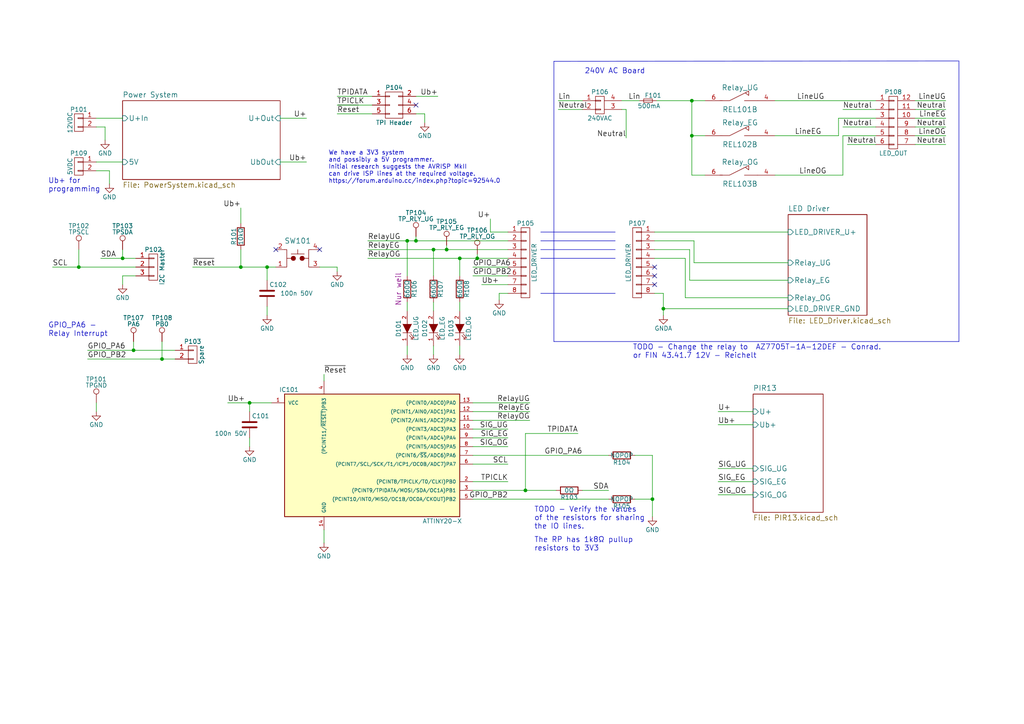
<source format=kicad_sch>
(kicad_sch (version 20230121) (generator eeschema)
  (paper "A4")
  (title_block (title "TL2C - Timed LED Lighting Controller") (date "2017-03-30") (rev "2L.2"))
  (lib_symbols
    (symbol "tl2c-rescue:ATTINY20-X" (pin_names (offset 1.016))
      (property "Reference" "IC" (at -24.13 19.05 0))
      (property "Value" "ATTINY20-X" (at 20.32 -19.05 0))
      (property "Footprint" "TSSOP14" (at 0 2.54 0))
      (symbol "ATTINY20-X_0_1"
        (rectangle (start 25.4 17.78) (end -25.4 -17.78) (stroke (width 0.254)) (fill (type background)))
      )
      (symbol "ATTINY20-X_1_1"
        (pin bidirectional line (at -29.21 15.24 0) (length 3.81) (name "VCC") (number "1"))
        (pin bidirectional line (at 29.21 7.62 180) (length 3.81) (name "(PCINT3/ADC3)PA3") (number "10"))
        (pin bidirectional line (at 29.21 10.16 180) (length 3.81) (name "(PCINT2/AIN1/ADC2)PA2") (number "11"))
        (pin bidirectional line (at 29.21 12.7 180) (length 3.81) (name "(PCINT1/AIN0/ADC1)PA1") (number "12"))
        (pin bidirectional line (at 29.21 15.24 180) (length 3.81) (name "(PCINT0/ADC0)PA0") (number "13"))
        (pin power_in line (at -13.97 -21.59 90) (length 3.81) (name "GND") (number "14"))
        (pin bidirectional line (at 29.21 -7.62 180) (length 3.81) (name "(PCINT8/TPICLK/T0/CLKI)PB0") (number "2"))
        (pin bidirectional line (at 29.21 -10.16 180) (length 3.81) (name "(PCINT9/TPIDATA/MOSI/SDA/OC1A)PB1") (number "3"))
        (pin bidirectional line (at -13.97 21.59 270) (length 3.81) (name "(PCINT11/~{RESET})PB3") (number "4"))
        (pin bidirectional line (at 29.21 -12.7 180) (length 3.81) (name "(PCINT10/INT0/MISO/OC1B/OC0A/CKOUT)PB2") (number "5"))
        (pin bidirectional line (at 29.21 -2.54 180) (length 3.81) (name "(PCINT7/SCL/SCK/T1/ICP1/OC0B/ADC7)PA7") (number "6"))
        (pin bidirectional line (at 29.21 0 180) (length 3.81) (name "(PCINT6/~{SS}/ADC6)PA6") (number "7"))
        (pin bidirectional line (at 29.21 2.54 180) (length 3.81) (name "(PCINT5/ADC5)PA5") (number "8"))
        (pin bidirectional line (at 29.21 5.08 180) (length 3.81) (name "(PCINT4/ADC4)PA4") (number "9"))
      )
    )
    (symbol "tl2c-rescue:C" (pin_numbers hide) (pin_names (offset 0.254))
      (property "Reference" "C" (at 0.635 2.54 0))
      (property "Value" "C" (at 0.635 -2.54 0))
      (symbol "C_0_1"
        (polyline (pts (xy -2.032 -0.762) (xy 2.032 -0.762)) (stroke (width 0.508)))
        (polyline (pts (xy -2.032 0.762) (xy 2.032 0.762)) (stroke (width 0.508)))
      )
      (symbol "C_1_1"
        (pin passive line (at 0 3.81 270) (length 2.794) (name "~") (number "1"))
        (pin passive line (at 0 -3.81 90) (length 2.794) (name "~") (number "2"))
      )
    )
    (symbol "tl2c-rescue:CONN_01X02" (pin_names (offset 1.016) hide)
      (property "Reference" "P" (at 0 3.81 0))
      (property "Value" "CONN_01X02" (at 2.54 0 90))
      (symbol "CONN_01X02_0_1"
        (rectangle (start -1.27 -1.143) (end 0.254 -1.397))
        (rectangle (start -1.27 1.397) (end 0.254 1.143))
        (rectangle (start -1.27 2.54) (end 1.27 -2.54))
      )
      (symbol "CONN_01X02_1_1"
        (pin passive line (at -5.08 1.27 0) (length 3.81) (name "P1") (number "1"))
        (pin passive line (at -5.08 -1.27 0) (length 3.81) (name "P2") (number "2"))
      )
    )
    (symbol "tl2c-rescue:CONN_01X03" (pin_names (offset 1.016) hide)
      (property "Reference" "P" (at 0 5.08 0))
      (property "Value" "CONN_01X03" (at 2.54 0 90))
      (symbol "CONN_01X03_0_1"
        (rectangle (start -1.27 -2.413) (end 0.254 -2.667))
        (rectangle (start -1.27 0.127) (end 0.254 -0.127))
        (rectangle (start -1.27 2.667) (end 0.254 2.413))
        (rectangle (start -1.27 3.81) (end 1.27 -3.81))
      )
      (symbol "CONN_01X03_1_1"
        (pin passive line (at -5.08 2.54 0) (length 3.81) (name "P1") (number "1"))
        (pin passive line (at -5.08 0 0) (length 3.81) (name "P2") (number "2"))
        (pin passive line (at -5.08 -2.54 0) (length 3.81) (name "P3") (number "3"))
      )
    )
    (symbol "tl2c-rescue:CONN_01X08" (pin_names (offset 1.016) hide)
      (property "Reference" "P" (at 0 11.43 0))
      (property "Value" "CONN_01X08" (at 2.54 0 90))
      (symbol "CONN_01X08_0_1"
        (rectangle (start -1.27 -10.16) (end 1.27 10.16))
        (rectangle (start -1.27 -8.763) (end 0.254 -9.017))
        (rectangle (start -1.27 -6.223) (end 0.254 -6.477))
        (rectangle (start -1.27 -3.683) (end 0.254 -3.937))
        (rectangle (start -1.27 -1.143) (end 0.254 -1.397))
        (rectangle (start -1.27 1.397) (end 0.254 1.143))
        (rectangle (start -1.27 3.937) (end 0.254 3.683))
        (rectangle (start -1.27 6.477) (end 0.254 6.223))
        (rectangle (start -1.27 9.017) (end 0.254 8.763))
      )
      (symbol "CONN_01X08_1_1"
        (pin passive line (at -5.08 8.89 0) (length 3.81) (name "P1") (number "1"))
        (pin passive line (at -5.08 6.35 0) (length 3.81) (name "P2") (number "2"))
        (pin passive line (at -5.08 3.81 0) (length 3.81) (name "P3") (number "3"))
        (pin passive line (at -5.08 1.27 0) (length 3.81) (name "P4") (number "4"))
        (pin passive line (at -5.08 -1.27 0) (length 3.81) (name "P5") (number "5"))
        (pin passive line (at -5.08 -3.81 0) (length 3.81) (name "P6") (number "6"))
        (pin passive line (at -5.08 -6.35 0) (length 3.81) (name "P7") (number "7"))
        (pin passive line (at -5.08 -8.89 0) (length 3.81) (name "P8") (number "8"))
      )
    )
    (symbol "tl2c-rescue:CONN_02X03" (pin_names (offset 0.0254) hide)
      (property "Reference" "P" (at 0 5.08 0))
      (property "Value" "CONN_02X03" (at 0 -5.08 0))
      (symbol "CONN_02X03_0_1"
        (rectangle (start -2.54 -2.413) (end -1.27 -2.667))
        (rectangle (start -2.54 0.127) (end -1.27 -0.127))
        (rectangle (start -2.54 2.667) (end -1.27 2.413))
        (rectangle (start -2.54 3.81) (end 2.54 -3.81))
        (rectangle (start 1.27 -2.413) (end 2.54 -2.667))
        (rectangle (start 1.27 0.127) (end 2.54 -0.127))
        (rectangle (start 1.27 2.667) (end 2.54 2.413))
      )
      (symbol "CONN_02X03_1_1"
        (pin passive line (at -6.35 2.54 0) (length 3.81) (name "P1") (number "1"))
        (pin passive line (at 6.35 2.54 180) (length 3.81) (name "P2") (number "2"))
        (pin passive line (at -6.35 0 0) (length 3.81) (name "P3") (number "3"))
        (pin passive line (at 6.35 0 180) (length 3.81) (name "P4") (number "4"))
        (pin passive line (at -6.35 -2.54 0) (length 3.81) (name "P5") (number "5"))
        (pin passive line (at 6.35 -2.54 180) (length 3.81) (name "P6") (number "6"))
      )
    )
    (symbol "tl2c-rescue:F_Small" (pin_numbers hide) (pin_names (offset 0.254) hide)
      (property "Reference" "F" (at -1.016 1.524 0))
      (property "Value" "F_Small" (at -3.048 -1.524 0))
      (symbol "F_Small_0_1"
        (rectangle (start -1.27 0.508) (end 1.27 -0.508))
        (polyline (pts (xy -1.27 0) (xy 1.27 0)))
      )
      (symbol "F_Small_1_1"
        (pin passive line (at -2.54 0 0) (length 1.27) (name "~") (number "1"))
        (pin passive line (at 2.54 0 180) (length 1.27) (name "~") (number "2"))
      )
    )
    (symbol "tl2c-rescue:GND" (power) (pin_names (offset 0))
      (property "Value" "GND" (at 0 -3.81 0))
      (symbol "GND_0_1"
        (polyline (pts (xy 0 0) (xy 0 -1.27) (xy 1.27 -1.27) (xy 0 -2.54) (xy -1.27 -1.27) (xy 0 -1.27)))
      )
      (symbol "GND_1_1"
        (pin power_in line (at 0 0 270) (length 0) hide (name "GND") (number "1"))
      )
    )
    (symbol "tl2c-rescue:GNDA" (power) (pin_names (offset 0))
      (property "Value" "GNDA" (at 0 -3.81 0))
      (symbol "GNDA_0_1"
        (polyline (pts (xy 0 0) (xy 0 -1.27) (xy 1.27 -1.27) (xy 0 -2.54) (xy -1.27 -1.27) (xy 0 -1.27)))
      )
      (symbol "GNDA_1_1"
        (pin power_in line (at 0 0 270) (length 0) hide (name "GNDA") (number "1"))
      )
    )
    (symbol "tl2c-rescue:LED" (pin_names (offset 1.016) hide)
      (property "Reference" "D" (at 0 2.54 0))
      (property "Value" "LED" (at 0 -2.54 0))
      (symbol "LED_0_1"
        (polyline (pts (xy -1.27 1.27) (xy -1.27 -1.27)))
        (polyline (pts (xy -2.032 -0.635) (xy -3.175 -1.651) (xy -3.048 -1.016)))
        (polyline (pts (xy -1.651 -1.016) (xy -2.794 -2.032) (xy -2.667 -1.397)))
        (polyline (pts (xy 1.27 1.27) (xy -1.27 0) (xy 1.27 -1.27)) (fill (type outline)))
      )
      (symbol "LED_1_1"
        (pin passive line (at -5.08 0 0) (length 3.81) (name "K") (number "1"))
        (pin passive line (at 5.08 0 180) (length 3.81) (name "A") (number "2"))
      )
    )
    (symbol "tl2c-rescue:R" (pin_numbers hide) (pin_names (offset 0))
      (property "Reference" "R" (at 2.032 0 90))
      (property "Value" "R" (at 0 0 90))
      (symbol "R_0_1"
        (rectangle (start -1.016 -2.54) (end 1.016 2.54) (stroke (width 0.254)))
      )
      (symbol "R_1_1"
        (pin passive line (at 0 3.81 270) (length 1.27) (name "~") (number "1"))
        (pin passive line (at 0 -3.81 90) (length 1.27) (name "~") (number "2"))
      )
    )
    (symbol "tl2c-rescue:Relay_JW1AFSN12F" (pin_names (offset 1.016))
      (property "Reference" "REL" (at -0.127 -4.191 0))
      (property "Value" "Relay_JW1AFSN12F" (at -0.635 3.81 0))
      (symbol "Relay_JW1AFSN12F_1_1"
        (rectangle (start -5.08 2.54) (end 5.08 -2.54))
        (polyline (pts (xy 5.08 2.54) (xy -5.08 -2.54)))
        (pin bidirectional line (at -10.16 0 0) (length 5.08) (name "~") (number "1"))
        (pin bidirectional line (at 10.16 0 180) (length 5.08) (name "~") (number "8"))
      )
      (symbol "Relay_JW1AFSN12F_1_2"
        (pin bidirectional line (at -10.795 -0.635 0) (length 5.08) (name "COM") (number "??"))
        (pin bidirectional line (at 11.811 -0.635 180) (length 5.08) (name "N.O.") (number "??"))
      )
      (symbol "Relay_JW1AFSN12F_2_1"
        (polyline (pts (xy 5.08 0) (xy 1.27 0)))
        (polyline (pts (xy -5.842 0) (xy -3.048 0) (xy 2.54 2.794)))
        (polyline (pts (xy 2.54 2.794) (xy 2.54 1.524) (xy 1.524 2.286)))
        (pin bidirectional line (at 10.16 0 180) (length 5.08) (name "~") (number "4"))
        (pin bidirectional line (at -10.16 0 0) (length 5.08) (name "~") (number "6"))
      )
      (symbol "Relay_JW1AFSN12F_2_2"
        (pin bidirectional line (at 11.811 -0.635 180) (length 5.08) (name "N.O.") (number "4"))
        (pin bidirectional line (at -10.795 -0.635 0) (length 5.08) (name "COM") (number "6"))
      )
    )
    (symbol "tl2c-rescue:TEST_1P" (pin_numbers hide) (pin_names (offset 0.762) hide)
      (property "Reference" "TP" (at 0 6.858 0))
      (property "Value" "TEST_1P" (at 0 5.08 0))
      (symbol "TEST_1P_0_1"
        (circle (center 0 3.302) (radius 0.762))
      )
      (symbol "TEST_1P_1_1"
        (pin passive line (at 0 0 90) (length 2.54) (name "1") (number "1"))
      )
    )
    (symbol "tl2c-rescue:TL3315NF160Q" (pin_names (offset 1.016) hide)
      (property "Reference" "SW?" (at 6.985 -3.175 0))
      (symbol "TL3315NF160Q_0_1"
        (circle (center 0 -1.27) (radius 0.635) (fill (type outline)))
        (polyline (pts (xy 0 -1.27) (xy 0 -3.175)))
        (polyline (pts (xy 0 3.175) (xy 0 1.27)))
        (polyline (pts (xy 1.27 0) (xy 2.54 0)))
        (polyline (pts (xy 1.27 1.905) (xy 1.27 -1.905)))
        (polyline (pts (xy -2.54 -3.81) (xy -2.54 -3.175) (xy 2.54 -3.175) (xy 2.54 -3.81)))
        (polyline (pts (xy -2.54 3.81) (xy -2.54 3.175) (xy 2.54 3.175) (xy 2.54 3.81)))
        (circle (center 0 1.27) (radius 0.635) (fill (type outline)))
      )
      (symbol "TL3315NF160Q_1_1"
        (pin input line (at -2.54 6.35 270) (length 2.54) (name "1") (number "1"))
        (pin input line (at 2.54 6.35 270) (length 2.54) (name "2") (number "2"))
        (pin input line (at -2.54 -6.35 90) (length 2.54) (name "3") (number "3"))
        (pin input line (at 2.54 -6.35 90) (length 2.54) (name "4") (number "4"))
      )
    )
    (symbol "tl2c-rescue:Term_01X02" (pin_names (offset 1.016) hide)
      (property "Reference" "P" (at 0 3.81 0))
      (property "Value" "Term_01X02" (at 0 -3.81 0))
      (symbol "Term_01X02_0_1"
        (rectangle (start -1.27 -1.143) (end 0.254 -1.397))
        (rectangle (start -1.27 1.397) (end 0.254 1.143))
        (rectangle (start -1.27 2.54) (end 1.27 -2.54))
      )
      (symbol "Term_01X02_1_1"
        (pin passive line (at -5.08 1.27 0) (length 3.81) (name "P1") (number "1"))
        (pin passive line (at -5.08 -1.27 0) (length 3.81) (name "P2") (number "2"))
        (pin input line (at 6.35 -1.27 180) (length 5.08) (name "~") (number "3"))
        (pin input line (at 6.35 1.27 180) (length 5.08) (name "~") (number "4"))
      )
    )
    (symbol "tl2c-rescue:TerminalBlock_1x6" (pin_names (offset 1.016) hide)
      (property "Reference" "P" (at 0 8.89 0))
      (property "Value" "TerminalBlock_1x6" (at 10.16 0 90))
      (symbol "TerminalBlock_1x6_0_1"
        (rectangle (start -1.27 -6.223) (end 0.254 -6.477))
        (rectangle (start -1.27 -3.683) (end 0.254 -3.937))
        (rectangle (start -1.27 -1.143) (end 0.254 -1.397))
        (rectangle (start -1.27 1.397) (end 0.254 1.143))
        (rectangle (start -1.27 3.937) (end 0.254 3.683))
        (rectangle (start -1.27 6.477) (end 0.254 6.223))
        (rectangle (start -1.27 7.62) (end 1.27 -7.62))
      )
      (symbol "TerminalBlock_1x6_1_1"
        (pin passive line (at -5.08 6.35 0) (length 3.81) (name "P1") (number "1"))
        (pin input line (at 6.35 1.27 180) (length 5.08) (name "~") (number "10"))
        (pin input line (at 6.35 3.81 180) (length 5.08) (name "~") (number "11"))
        (pin input line (at 6.35 6.35 180) (length 5.08) (name "~") (number "12"))
        (pin passive line (at -5.08 3.81 0) (length 3.81) (name "P2") (number "2"))
        (pin passive line (at -5.08 1.27 0) (length 3.81) (name "P3") (number "3"))
        (pin passive line (at -5.08 -1.27 0) (length 3.81) (name "P4") (number "4"))
        (pin passive line (at -5.08 -3.81 0) (length 3.81) (name "P5") (number "5"))
        (pin passive line (at -5.08 -6.35 0) (length 3.81) (name "P6") (number "6"))
        (pin input line (at 6.35 -6.35 180) (length 5.08) (name "~") (number "7"))
        (pin input line (at 6.35 -3.81 180) (length 5.08) (name "~") (number "8"))
        (pin input line (at 6.35 -1.27 180) (length 5.08) (name "~") (number "9"))
      )
    )
  )
  (junction (at 72.39 116.84))
  (junction (at 200.66 29.21))
  (junction (at 120.65 69.85))
  (junction (at 118.11 69.85))
  (junction (at 200.66 39.37))
  (junction (at 38.735 101.6))
  (junction (at 138.43 74.93))
  (junction (at 35.56 74.93))
  (junction (at 133.35 74.93))
  (junction (at 152.4 142.24))
  (junction (at 129.54 72.39))
  (junction (at 46.99 104.14))
  (junction (at 192.405 89.535))
  (junction (at 77.47 77.47))
  (junction (at 125.73 72.39))
  (junction (at 189.23 144.78))
  (junction (at 22.86 77.47))
  (junction (at 69.85 77.47))
  (no_connect (at 92.71 72.39))
  (no_connect (at 189.865 77.47))
  (no_connect (at 189.865 82.55))
  (no_connect (at 80.01 72.39))
  (no_connect (at 120.65 30.48))
  (no_connect (at 189.865 80.01))
  (wire (pts (xy 27.94 49.53) (xy 31.75 49.53)))
  (wire (pts (xy 72.39 116.84) (xy 72.39 119.38)))
  (wire (pts (xy 81.28 46.99) (xy 88.9 46.99)))
  (wire (pts (xy 265.43 36.83) (xy 274.32 36.83)))
  (wire (pts (xy 152.4 142.24) (xy 161.29 142.24)))
  (wire (pts (xy 72.39 116.84) (xy 78.74 116.84)))
  (polyline (pts (xy 156.845 69.85) (xy 178.435 69.85)))
  (wire (pts (xy 27.94 36.83) (xy 30.48 36.83)))
  (wire (pts (xy 137.16 132.08) (xy 176.53 132.08)))
  (wire (pts (xy 69.85 77.47) (xy 77.47 77.47)))
  (wire (pts (xy 133.35 74.93) (xy 138.43 74.93)))
  (wire (pts (xy 243.205 39.37) (xy 243.205 34.29)))
  (wire (pts (xy 147.32 127) (xy 137.16 127)))
  (wire (pts (xy 46.99 99.06) (xy 46.99 104.14)))
  (wire (pts (xy 27.94 34.29) (xy 35.56 34.29)))
  (wire (pts (xy 218.44 123.19) (xy 208.28 123.19)))
  (wire (pts (xy 198.755 86.36) (xy 228.6 86.36)))
  (wire (pts (xy 120.65 27.94) (xy 127 27.94)))
  (wire (pts (xy 118.11 87.63) (xy 118.11 90.17)))
  (wire (pts (xy 25.4 104.14) (xy 46.99 104.14)))
  (wire (pts (xy 27.94 116.84) (xy 27.94 119.38)))
  (wire (pts (xy 265.43 29.21) (xy 274.32 29.21)))
  (wire (pts (xy 192.405 89.535) (xy 192.405 91.44)))
  (wire (pts (xy 69.85 72.39) (xy 69.85 77.47)))
  (wire (pts (xy 201.295 76.2) (xy 228.6 76.2)))
  (wire (pts (xy 125.73 100.33) (xy 125.73 102.87)))
  (wire (pts (xy 77.47 77.47) (xy 77.47 81.28)))
  (wire (pts (xy 137.16 121.92) (xy 153.67 121.92)))
  (wire (pts (xy 129.54 72.39) (xy 147.32 72.39)))
  (wire (pts (xy 265.43 34.29) (xy 274.32 34.29)))
  (wire (pts (xy 201.295 69.85) (xy 201.295 76.2)))
  (wire (pts (xy 118.11 69.85) (xy 120.65 69.85)))
  (wire (pts (xy 35.56 80.01) (xy 35.56 82.55)))
  (wire (pts (xy 152.4 125.73) (xy 167.64 125.73)))
  (wire (pts (xy 106.68 74.93) (xy 133.35 74.93)))
  (wire (pts (xy 152.4 142.24) (xy 152.4 125.73)))
  (wire (pts (xy 22.86 72.39) (xy 22.86 77.47)))
  (wire (pts (xy 27.94 46.99) (xy 35.56 46.99)))
  (wire (pts (xy 92.71 77.47) (xy 97.79 77.47)))
  (wire (pts (xy 93.98 153.67) (xy 93.98 157.48)))
  (wire (pts (xy 137.16 134.62) (xy 147.32 134.62)))
  (wire (pts (xy 107.95 27.94) (xy 97.79 27.94)))
  (wire (pts (xy 55.88 77.47) (xy 69.85 77.47)))
  (wire (pts (xy 147.32 67.31) (xy 142.24 67.31)))
  (wire (pts (xy 69.85 60.325) (xy 69.85 64.77)))
  (wire (pts (xy 153.67 119.38) (xy 137.16 119.38)))
  (wire (pts (xy 218.44 143.51) (xy 208.28 143.51)))
  (wire (pts (xy 168.91 29.21) (xy 161.925 29.21)))
  (wire (pts (xy 147.32 82.55) (xy 139.7 82.55)))
  (wire (pts (xy 93.98 110.49) (xy 93.98 108.585)))
  (wire (pts (xy 129.54 71.12) (xy 129.54 72.39)))
  (wire (pts (xy 31.75 49.53) (xy 31.75 53.34)))
  (wire (pts (xy 189.865 74.93) (xy 198.755 74.93)))
  (wire (pts (xy 189.865 85.09) (xy 192.405 85.09)))
  (wire (pts (xy 107.95 30.48) (xy 97.79 30.48)))
  (wire (pts (xy 38.735 101.6) (xy 50.8 101.6)))
  (wire (pts (xy 125.73 72.39) (xy 129.54 72.39)))
  (wire (pts (xy 200.66 39.37) (xy 200.66 50.8)))
  (wire (pts (xy 244.475 50.8) (xy 244.475 39.37)))
  (polyline (pts (xy 160.655 99.06) (xy 160.655 17.78)))
  (wire (pts (xy 180.34 29.21) (xy 185.42 29.21)))
  (wire (pts (xy 180.34 31.75) (xy 181.61 31.75)))
  (wire (pts (xy 228.6 89.535) (xy 192.405 89.535)))
  (wire (pts (xy 147.32 77.47) (xy 137.16 77.47)))
  (wire (pts (xy 218.44 135.89) (xy 208.28 135.89)))
  (wire (pts (xy 200.66 29.21) (xy 204.47 29.21)))
  (wire (pts (xy 147.32 85.09) (xy 144.78 85.09)))
  (wire (pts (xy 189.865 67.31) (xy 228.6 67.31)))
  (wire (pts (xy 125.73 87.63) (xy 125.73 90.17)))
  (wire (pts (xy 142.24 67.31) (xy 142.24 63.5)))
  (wire (pts (xy 137.16 124.46) (xy 147.32 124.46)))
  (wire (pts (xy 38.735 99.06) (xy 38.735 101.6)))
  (polyline (pts (xy 160.655 17.78) (xy 278.1554 17.6784)))
  (wire (pts (xy 204.47 39.37) (xy 200.66 39.37)))
  (wire (pts (xy 224.79 39.37) (xy 243.205 39.37)))
  (wire (pts (xy 72.39 127) (xy 72.39 129.54)))
  (wire (pts (xy 137.16 116.84) (xy 153.67 116.84)))
  (polyline (pts (xy 278.13 17.78) (xy 278.13 99.06)))
  (wire (pts (xy 137.16 144.78) (xy 176.53 144.78)))
  (wire (pts (xy 244.475 39.37) (xy 254 39.37)))
  (wire (pts (xy 189.865 69.85) (xy 201.295 69.85)))
  (wire (pts (xy 15.24 77.47) (xy 22.86 77.47)))
  (wire (pts (xy 218.44 119.38) (xy 208.28 119.38)))
  (wire (pts (xy 184.15 132.08) (xy 189.23 132.08)))
  (wire (pts (xy 218.44 139.7) (xy 208.28 139.7)))
  (wire (pts (xy 200.66 29.21) (xy 200.66 39.37)))
  (wire (pts (xy 200.025 81.28) (xy 200.025 72.39)))
  (wire (pts (xy 39.37 80.01) (xy 35.56 80.01)))
  (wire (pts (xy 77.47 77.47) (xy 80.01 77.47)))
  (polyline (pts (xy 156.845 72.39) (xy 178.435 72.39)))
  (wire (pts (xy 123.19 33.02) (xy 123.19 35.56)))
  (wire (pts (xy 25.4 101.6) (xy 38.735 101.6)))
  (wire (pts (xy 189.23 132.08) (xy 189.23 144.78)))
  (wire (pts (xy 81.28 34.29) (xy 88.9 34.29)))
  (wire (pts (xy 137.16 142.24) (xy 152.4 142.24)))
  (wire (pts (xy 184.15 144.78) (xy 189.23 144.78)))
  (wire (pts (xy 106.68 69.85) (xy 118.11 69.85)))
  (wire (pts (xy 120.65 33.02) (xy 123.19 33.02)))
  (wire (pts (xy 138.43 74.93) (xy 147.32 74.93)))
  (wire (pts (xy 200.025 81.28) (xy 228.6 81.28)))
  (wire (pts (xy 66.04 116.84) (xy 72.39 116.84)))
  (wire (pts (xy 192.405 85.09) (xy 192.405 89.535)))
  (wire (pts (xy 265.43 41.91) (xy 274.32 41.91)))
  (polyline (pts (xy 178.435 67.31) (xy 156.845 67.31)))
  (wire (pts (xy 254 31.75) (xy 244.475 31.75)))
  (wire (pts (xy 138.43 73.66) (xy 138.43 74.93)))
  (wire (pts (xy 97.79 77.47) (xy 97.79 78.74)))
  (wire (pts (xy 46.99 104.14) (xy 50.8 104.14)))
  (wire (pts (xy 198.755 74.93) (xy 198.755 86.36)))
  (wire (pts (xy 29.21 74.93) (xy 35.56 74.93)))
  (wire (pts (xy 265.43 39.37) (xy 274.32 39.37)))
  (wire (pts (xy 265.43 31.75) (xy 274.32 31.75)))
  (wire (pts (xy 168.91 142.24) (xy 176.53 142.24)))
  (wire (pts (xy 106.68 72.39) (xy 125.73 72.39)))
  (wire (pts (xy 254 41.91) (xy 245.745 41.91)))
  (wire (pts (xy 137.16 139.7) (xy 147.32 139.7)))
  (wire (pts (xy 35.56 74.93) (xy 39.37 74.93)))
  (wire (pts (xy 243.205 34.29) (xy 254 34.29)))
  (wire (pts (xy 118.11 100.33) (xy 118.11 102.87)))
  (wire (pts (xy 30.48 36.83) (xy 30.48 40.64)))
  (wire (pts (xy 133.35 100.33) (xy 133.35 102.87)))
  (wire (pts (xy 200.025 72.39) (xy 189.865 72.39)))
  (wire (pts (xy 22.86 77.47) (xy 39.37 77.47)))
  (polyline (pts (xy 278.13 99.06) (xy 160.655 99.06)))
  (wire (pts (xy 35.56 72.39) (xy 35.56 74.93)))
  (wire (pts (xy 168.91 31.75) (xy 161.925 31.75)))
  (wire (pts (xy 120.65 68.58) (xy 120.65 69.85)))
  (wire (pts (xy 107.95 33.02) (xy 97.79 33.02)))
  (wire (pts (xy 224.79 29.21) (xy 254 29.21)))
  (polyline (pts (xy 156.845 74.93) (xy 178.435 74.93)))
  (wire (pts (xy 118.11 80.01) (xy 118.11 69.85)))
  (wire (pts (xy 181.61 31.75) (xy 181.61 40.005)))
  (wire (pts (xy 147.32 80.01) (xy 137.16 80.01)))
  (wire (pts (xy 133.35 87.63) (xy 133.35 90.17)))
  (wire (pts (xy 189.23 144.78) (xy 189.23 149.86)))
  (wire (pts (xy 224.79 50.8) (xy 244.475 50.8)))
  (wire (pts (xy 144.78 85.09) (xy 144.78 86.995)))
  (wire (pts (xy 120.65 69.85) (xy 147.32 69.85)))
  (wire (pts (xy 77.47 88.9) (xy 77.47 91.44)))
  (polyline (pts (xy 178.435 85.09) (xy 156.845 85.09)))
  (wire (pts (xy 137.16 129.54) (xy 147.32 129.54)))
  (wire (pts (xy 125.73 80.01) (xy 125.73 72.39)))
  (wire (pts (xy 200.66 50.8) (xy 204.47 50.8)))
  (wire (pts (xy 133.35 80.01) (xy 133.35 74.93)))
  (wire (pts (xy 254 36.83) (xy 244.475 36.83)))
  (wire (pts (xy 190.5 29.21) (xy 200.66 29.21)))
  (text "TODO - Verify the values \nof the resistors for sharing\nthe IO lines." (at 154.94 153.67 0) (effects (font (size 1.524 1.524)) (justify left bottom)))
  (text "TODO - Change the relay to  AZ7705T-1A-12DEF - Conrad.\nor FIN 43.41.7 12V - Reichelt" (at 183.515 104.14 0) (effects (font (size 1.524 1.524)) (justify left bottom)))
  (text "The RP has 1k8Ω pullup\nresistors to 3V3\n" (at 154.94 160.02 0) (effects (font (size 1.524 1.524)) (justify left bottom)))
  (text "GPIO_PA6 -\nRelay Interrupt" (at 13.97 97.79 0) (effects (font (size 1.524 1.524)) (justify left bottom)))
  (text "We have a 3V3 system \nand possibly a 5V programmer. \nInitial research suggests the AVRISP MkII\ncan drive ISP lines at the required voltage.\nhttps://forum.arduino.cc/index.php?topic=92544.0" (at 95.25 53.34 0) (effects (font (size 1.27 1.27)) (justify left bottom)))
  (text "Ub+ for \nprogramming" (at 13.97 55.88 0) (effects (font (size 1.524 1.524)) (justify left bottom)))
  (text "240V AC Board" (at 169.545 21.59 0) (effects (font (size 1.524 1.524)) (justify left bottom)))
  (label "SDA" (at 29.21 74.93 0) (effects (font (size 1.524 1.524))))
  (label "Lin" (at 161.925 29.21 0) (effects (font (size 1.524 1.524))))
  (label "TPICLK" (at 147.32 139.7 180) (effects (font (size 1.524 1.524))))
  (label "RelayOG" (at 106.68 74.93 0) (effects (font (size 1.524 1.524))))
  (label "SCL" (at 147.32 134.62 180) (effects (font (size 1.524 1.524))))
  (label "SIG_EG" (at 208.28 139.7 0) (effects (font (size 1.524 1.524))))
  (label "U+" (at 142.24 63.5 180) (effects (font (size 1.524 1.524))))
  (label "Neutral" (at 245.745 41.91 0) (effects (font (size 1.524 1.524))))
  (label "Ub+" (at 127 27.94 180) (effects (font (size 1.524 1.524))))
  (label "Neutral" (at 274.32 31.75 180) (effects (font (size 1.524 1.524))))
  (label "GPIO_PB2" (at 25.4 104.14 0) (effects (font (size 1.524 1.524))))
  (label "LineUG" (at 231.14 29.21 0) (effects (font (size 1.524 1.524))))
  (label "Ub+" (at 66.04 116.84 0) (effects (font (size 1.524 1.524))))
  (label "Neutral" (at 244.475 31.75 0) (effects (font (size 1.524 1.524))))
  (label "SIG_UG" (at 208.28 135.89 0) (effects (font (size 1.524 1.524))))
  (label "TPIDATA" (at 167.64 125.73 180) (effects (font (size 1.524 1.524))))
  (label "Ub+" (at 88.9 46.99 180) (effects (font (size 1.524 1.524))))
  (label "RelayUG" (at 106.68 69.85 0) (effects (font (size 1.524 1.524))))
  (label "GPIO_PA6" (at 25.4 101.6 0) (effects (font (size 1.524 1.524))))
  (label "GPIO_PA6" (at 168.91 132.08 180) (effects (font (size 1.524 1.524))))
  (label "U+" (at 208.28 119.38 0) (effects (font (size 1.524 1.524))))
  (label "U+" (at 88.9 34.29 180) (effects (font (size 1.524 1.524))))
  (label "RelayEG" (at 153.67 119.38 180) (effects (font (size 1.524 1.524))))
  (label "Neutral" (at 274.32 36.83 180) (effects (font (size 1.524 1.524))))
  (label "SIG_UG" (at 147.32 124.46 180) (effects (font (size 1.524 1.524))))
  (label "SIG_OG" (at 147.32 129.54 180) (effects (font (size 1.524 1.524))))
  (label "LineUG" (at 274.32 29.21 180) (effects (font (size 1.524 1.524))))
  (label "Lin" (at 182.245 29.21 0) (effects (font (size 1.524 1.524))))
  (label "Neutral" (at 181.61 40.005 180) (effects (font (size 1.524 1.524))))
  (label "~{Reset}" (at 55.88 77.47 0) (effects (font (size 1.524 1.524))))
  (label "TPICLK" (at 97.79 30.48 0) (effects (font (size 1.524 1.524))))
  (label "GPIO_PB2" (at 137.16 80.01 0) (effects (font (size 1.524 1.524))))
  (label "RelayUG" (at 153.67 116.84 180) (effects (font (size 1.524 1.524))))
  (label "GPIO_PA6" (at 137.16 77.47 0) (effects (font (size 1.524 1.524))))
  (label "LineOG" (at 231.775 50.8 0) (effects (font (size 1.524 1.524))))
  (label "TPIDATA" (at 97.79 27.94 0) (effects (font (size 1.524 1.524))))
  (label "SIG_OG" (at 208.28 143.51 0) (effects (font (size 1.524 1.524))))
  (label "Neutral" (at 274.32 41.91 180) (effects (font (size 1.524 1.524))))
  (label "Neutral" (at 161.925 31.75 0) (effects (font (size 1.524 1.524))))
  (label "Ub+" (at 69.85 60.325 180) (effects (font (size 1.524 1.524))))
  (label "LineEG" (at 274.32 34.29 180) (effects (font (size 1.524 1.524))))
  (label "LineEG" (at 230.505 39.37 0) (effects (font (size 1.524 1.524))))
  (label "GPIO_PB2" (at 147.32 144.78 180) (effects (font (size 1.524 1.524))))
  (label "SCL" (at 15.24 77.47 0) (effects (font (size 1.524 1.524))))
  (label "~{Reset}" (at 93.98 108.585 0) (effects (font (size 1.524 1.524))))
  (label "RelayEG" (at 106.68 72.39 0) (effects (font (size 1.524 1.524))))
  (label "Neutral" (at 244.475 36.83 0) (effects (font (size 1.524 1.524))))
  (label "SDA" (at 176.53 142.24 180) (effects (font (size 1.524 1.524))))
  (label "RelayOG" (at 153.67 121.92 180) (effects (font (size 1.524 1.524))))
  (label "Ub+" (at 139.7 82.55 0) (effects (font (size 1.524 1.524))))
  (label "SIG_EG" (at 147.32 127 180) (effects (font (size 1.524 1.524))))
  (label "~{Reset}" (at 97.79 33.02 0) (effects (font (size 1.524 1.524))))
  (label "LineOG" (at 274.32 39.37 180) (effects (font (size 1.524 1.524))))
  (label "Ub+" (at 208.28 123.19 0) (effects (font (size 1.524 1.524))))
  (symbol (lib_id "tl2c-rescue:ATTINY20-X") (at 107.95 132.08 0) (unit 1)
    (property "Reference" "IC101" (at 83.82 113.03 0))
    (property "Value" "ATTINY20-X" (at 128.27 151.13 0))
    (property "Footprint" "Housings_SOIC:SOIC-14_3.9x8.7mm_Pitch1.27mm" (effects hide))
    (property "MFP" "ATTINY20-SSUR" (effects hide))
    (property "Conrad-PN" "1267295 - 62" (effects hide))
    (property "Digikey-PN" "ATTINY20-SSURCT-ND" (effects hide))
  )
  (symbol (lib_id "tl2c-rescue:C") (at 72.39 123.19 0) (unit 1)
    (property "Reference" "C101" (at 73.025 120.65 0) (effects (justify left)))
    (property "Value" "100n 50V" (at 62.23 125.73 0) (effects (justify left)))
    (property "Footprint" "Capacitors_SMD:C_0805" (effects hide))
  )
  (symbol (lib_id "tl2c-rescue:GND") (at 93.98 157.48 0) (unit 1)
    (property "Reference" "#PWR01" (effects hide))
    (property "Value" "GND" (at 93.98 161.29 0))
  )
  (symbol (lib_id "tl2c-rescue:CONN_02X03") (at 114.3 30.48 0) (unit 1)
    (property "Reference" "P104" (at 114.3 25.4 0))
    (property "Value" "TPI Header" (at 114.3 35.56 0))
    (property "Footprint" "tl2c-footprint:TC2030-IDC-FP_ISP_Connector" (effects hide))
    (property "MFP" "Value" (effects hide))
    (property "Conrad-PN" "Value" (effects hide))
    (property "Digikey-PN" "Value" (effects hide))
  )
  (symbol (lib_id "tl2c-rescue:GND") (at 123.19 35.56 0) (unit 1)
    (property "Reference" "#PWR02" (effects hide))
    (property "Value" "GND" (at 123.19 39.37 0))
  )
  (symbol (lib_id "tl2c-rescue:R") (at 69.85 68.58 180) (unit 1)
    (property "Reference" "R101" (at 67.818 68.58 90))
    (property "Value" "10kΩ" (at 69.85 68.58 90))
    (property "Footprint" "Resistors_SMD:R_0805" (effects hide))
  )
  (symbol (lib_id "tl2c-rescue:GND") (at 72.39 129.54 0) (unit 1)
    (property "Reference" "#PWR03" (effects hide))
    (property "Value" "GND" (at 72.39 133.35 0))
  )
  (symbol (lib_id "tl2c-rescue:R") (at 165.1 142.24 270) (unit 1)
    (property "Reference" "R103" (at 165.1 144.272 90))
    (property "Value" "0Ω" (at 165.1 142.24 90))
    (property "Footprint" "Resistors_SMD:R_0805" (effects hide))
  )
  (symbol (lib_id "tl2c-rescue:R") (at 180.34 132.08 270) (unit 1)
    (property "Reference" "R104" (at 180.34 134.112 90))
    (property "Value" "NOPOP" (at 180.34 132.08 90))
    (property "Footprint" "Resistors_SMD:R_0805" (effects hide))
  )
  (symbol (lib_id "tl2c-rescue:R") (at 180.34 144.78 270) (unit 1)
    (property "Reference" "R105" (at 180.34 146.812 90))
    (property "Value" "NOPOP" (at 180.34 144.78 90))
    (property "Footprint" "Resistors_SMD:R_0805" (effects hide))
  )
  (symbol (lib_id "tl2c-rescue:GND") (at 189.23 149.86 0) (unit 1)
    (property "Reference" "#PWR04" (effects hide))
    (property "Value" "GND" (at 189.23 153.67 0))
  )
  (symbol (lib_id "tl2c-rescue:CONN_01X03") (at 44.45 77.47 0) (unit 1)
    (property "Reference" "P102" (at 44.45 72.39 0))
    (property "Value" "I2C Master" (at 46.99 77.47 90))
    (property "Footprint" "tl2c-footprint:Spring_Terminal_Block_1_x_3" (effects hide))
    (property "MFP" "Value" (effects hide))
    (property "Conrad-PN" "Value" (effects hide))
    (property "Digikey-PN" "Value" (effects hide))
  )
  (symbol (lib_id "tl2c-rescue:GND") (at 35.56 82.55 0) (unit 1)
    (property "Reference" "#PWR05" (effects hide))
    (property "Value" "GND" (at 35.56 86.36 0))
  )
  (symbol (lib_id "tl2c-rescue:Relay_JW1AFSN12F") (at 214.63 29.21 0) (unit 2)
    (property "Reference" "REL101" (at 214.63 31.75 0) (effects (font (size 1.524 1.524))))
    (property "Value" "Relay_UG" (at 214.63 25.4 0) (effects (font (size 1.524 1.524))))
    (property "Footprint" "tl2c-footprint:JW1AFSN-12-F" (effects hide))
    (property "MFP" "JW1AFSN-12-F" (effects hide))
    (property "Conrad-PN" "504961 - 62" (effects hide))
    (property "Digikey-PN" "Value" (effects hide))
  )
  (symbol (lib_id "tl2c-rescue:Relay_JW1AFSN12F") (at 214.63 39.37 0) (unit 2)
    (property "Reference" "REL102" (at 214.63 41.91 0) (effects (font (size 1.524 1.524))))
    (property "Value" "Relay_EG" (at 214.63 35.56 0) (effects (font (size 1.524 1.524))))
    (property "Footprint" "tl2c-footprint:JW1AFSN-12-F" (effects hide))
    (property "MFP" "JW1AFSN-12-F" (effects hide))
    (property "Conrad-PN" "504961 - 62" (effects hide))
    (property "Digikey-PN" "Value" (effects hide))
  )
  (symbol (lib_id "tl2c-rescue:Relay_JW1AFSN12F") (at 214.63 50.8 0) (unit 2)
    (property "Reference" "REL103" (at 214.63 53.34 0) (effects (font (size 1.524 1.524))))
    (property "Value" "Relay_OG" (at 214.63 46.99 0) (effects (font (size 1.524 1.524))))
    (property "Footprint" "tl2c-footprint:JW1AFSN-12-F" (effects hide))
    (property "MFP" "JW1AFSN-12-F" (effects hide))
    (property "Conrad-PN" "504961 - 62" (effects hide))
    (property "Digikey-PN" "Value" (effects hide))
  )
  (symbol (lib_id "tl2c-rescue:GND") (at 97.79 78.74 0) (unit 1)
    (property "Reference" "#PWR06" (effects hide))
    (property "Value" "GND" (at 97.79 82.55 0))
  )
  (symbol (lib_id "tl2c-rescue:CONN_01X02") (at 55.88 102.87 0) (unit 1)
    (property "Reference" "P103" (at 55.88 99.06 0))
    (property "Value" "Spare" (at 58.42 102.87 90))
    (property "Footprint" "Pin_Headers:Pin_Header_Straight_1x02" (effects hide))
    (property "MFP" "Value" (effects hide))
    (property "Conrad-PN" "Value" (effects hide))
    (property "Digikey-PN" "Value" (effects hide))
  )
  (symbol (lib_id "tl2c-rescue:CONN_01X02") (at 22.86 35.56 0) (mirror y) (unit 1)
    (property "Reference" "P101" (at 22.86 31.75 0))
    (property "Value" "12VDC" (at 20.32 35.56 90))
    (property "Footprint" "Pin_Headers:Pin_Header_Straight_1x02" (effects hide))
    (property "MFP" "Value" (effects hide))
    (property "Conrad-PN" "Value" (effects hide))
    (property "Digikey-PN" "Value" (effects hide))
  )
  (symbol (lib_id "tl2c-rescue:GND") (at 30.48 40.64 0) (unit 1)
    (property "Reference" "#PWR07" (effects hide))
    (property "Value" "GND" (at 30.48 44.45 0))
  )
  (symbol (lib_id "tl2c-rescue:TEST_1P") (at 35.56 72.39 0) (unit 1)
    (property "Reference" "TP103" (at 35.56 65.532 0))
    (property "Value" "TPSDA" (at 35.56 67.31 0))
    (property "Footprint" "Measurement_Points:Measurement_Point_Round-SMD-Pad_Small" (effects hide))
  )
  (symbol (lib_id "tl2c-rescue:TEST_1P") (at 22.86 72.39 0) (unit 1)
    (property "Reference" "TP102" (at 22.86 65.532 0))
    (property "Value" "TPSCL" (at 22.86 67.31 0))
    (property "Footprint" "Measurement_Points:Measurement_Point_Round-SMD-Pad_Small" (effects hide))
  )
  (symbol (lib_id "tl2c-rescue:TEST_1P") (at 27.94 116.84 0) (unit 1)
    (property "Reference" "TP101" (at 27.94 109.982 0))
    (property "Value" "TPGND" (at 27.94 111.76 0))
    (property "Footprint" "Measurement_Points:Measurement_Point_Round-SMD-Pad_Small" (effects hide))
  )
  (symbol (lib_id "tl2c-rescue:GND") (at 27.94 119.38 0) (unit 1)
    (property "Reference" "#PWR08" (effects hide))
    (property "Value" "GND" (at 27.94 123.19 0))
  )
  (symbol (lib_id "tl2c-rescue:GND") (at 144.78 86.995 0) (unit 1)
    (property "Reference" "#PWR09" (effects hide))
    (property "Value" "GND" (at 144.78 90.805 0))
  )
  (symbol (lib_id "tl2c-rescue:TL3315NF160Q") (at 86.36 74.93 90) (unit 1)
    (property "Reference" "SW101" (at 86.36 69.85 90) (effects (font (size 1.524 1.524))))
    (property "Value" "TL3315NF160Q" (effects hide))
    (property "Footprint" "tl2c-footprint:PTS525SM15SMTR2LFS" (effects hide))
    (property "MFP" "Value" (effects hide))
    (property "Conrad-PN" "Value" (effects hide))
    (property "Digikey-PN" "Value" (effects hide))
  )
  (symbol (lib_id "tl2c-rescue:LED") (at 118.11 95.25 90) (unit 1)
    (property "Reference" "D101" (at 115.57 95.25 0))
    (property "Value" "LED_UG" (at 120.65 95.25 0))
    (property "Footprint" "LEDs:LED_0805" (effects hide))
  )
  (symbol (lib_id "tl2c-rescue:R") (at 118.11 83.82 0) (unit 1)
    (property "Reference" "R106" (at 120.142 83.82 90))
    (property "Value" "660Ω" (at 118.11 83.82 90))
    (property "Footprint" "Resistors_SMD:R_0805" (effects hide))
    (property "Zwexk" "Nur weil" (at 115.57 83.82 90) (effects (font (size 1.524 1.524))))
  )
  (symbol (lib_id "tl2c-rescue:GND") (at 118.11 102.87 0) (unit 1)
    (property "Reference" "#PWR010" (effects hide))
    (property "Value" "GND" (at 118.11 106.68 0))
  )
  (symbol (lib_id "tl2c-rescue:LED") (at 125.73 95.25 90) (unit 1)
    (property "Reference" "D102" (at 123.19 95.25 0))
    (property "Value" "LED_EG" (at 128.27 95.25 0))
    (property "Footprint" "LEDs:LED_0805" (effects hide))
  )
  (symbol (lib_id "tl2c-rescue:R") (at 125.73 83.82 0) (unit 1)
    (property "Reference" "R107" (at 127.762 83.82 90))
    (property "Value" "660Ω" (at 125.73 83.82 90))
    (property "Footprint" "Resistors_SMD:R_0805" (effects hide))
  )
  (symbol (lib_id "tl2c-rescue:GND") (at 125.73 102.87 0) (unit 1)
    (property "Reference" "#PWR011" (effects hide))
    (property "Value" "GND" (at 125.73 106.68 0))
  )
  (symbol (lib_id "tl2c-rescue:LED") (at 133.35 95.25 90) (unit 1)
    (property "Reference" "D103" (at 130.81 95.25 0))
    (property "Value" "LED_OG" (at 135.89 95.25 0))
    (property "Footprint" "LEDs:LED_0805" (effects hide))
  )
  (symbol (lib_id "tl2c-rescue:R") (at 133.35 83.82 0) (unit 1)
    (property "Reference" "R108" (at 135.382 83.82 90))
    (property "Value" "660Ω" (at 133.35 83.82 90))
    (property "Footprint" "Resistors_SMD:R_0805" (effects hide))
  )
  (symbol (lib_id "tl2c-rescue:GND") (at 133.35 102.87 0) (unit 1)
    (property "Reference" "#PWR012" (effects hide))
    (property "Value" "GND" (at 133.35 106.68 0))
  )
  (symbol (lib_id "tl2c-rescue:GNDA") (at 192.405 91.44 0) (unit 1)
    (property "Reference" "#PWR013" (effects hide))
    (property "Value" "GNDA" (at 192.405 95.25 0))
  )
  (symbol (lib_id "tl2c-rescue:TEST_1P") (at 120.65 68.58 0) (unit 1)
    (property "Reference" "TP104" (at 120.65 61.722 0))
    (property "Value" "TP_RLY_UG" (at 120.65 63.5 0))
    (property "Footprint" "Measurement_Points:Measurement_Point_Round-SMD-Pad_Small" (effects hide))
  )
  (symbol (lib_id "tl2c-rescue:TEST_1P") (at 129.54 71.12 0) (unit 1)
    (property "Reference" "TP105" (at 129.54 64.262 0))
    (property "Value" "TP_RLY_EG" (at 129.54 66.04 0))
    (property "Footprint" "Measurement_Points:Measurement_Point_Round-SMD-Pad_Small" (effects hide))
  )
  (symbol (lib_id "tl2c-rescue:TEST_1P") (at 138.43 73.66 0) (unit 1)
    (property "Reference" "TP106" (at 138.43 66.802 0))
    (property "Value" "TP_RLY_OG" (at 138.43 68.58 0))
    (property "Footprint" "Measurement_Points:Measurement_Point_Round-SMD-Pad_Small" (effects hide))
  )
  (symbol (lib_id "tl2c-rescue:TerminalBlock_1x6") (at 259.08 35.56 0) (unit 1)
    (property "Reference" "P108" (at 259.08 26.67 0))
    (property "Value" "LED_OUT" (at 259.08 44.45 0))
    (property "Footprint" "tl2c-footprint:Spring_Terminal_Block_1_x_6_5mm" (effects hide))
    (property "MFP" "Value" (effects hide))
    (property "Conrad-PN" "Value" (effects hide))
    (property "Digikey-PN" "Value" (effects hide))
  )
  (symbol (lib_id "tl2c-rescue:Term_01X02") (at 173.99 30.48 0) (unit 1)
    (property "Reference" "P106" (at 173.99 26.67 0))
    (property "Value" "240VAC" (at 173.99 34.29 0))
    (property "Footprint" "tl2c-footprint:Spring_Terminal_Block_1_x_2_5mm" (effects hide))
    (property "MFP" "Value" (effects hide))
    (property "Conrad-PN" "Value" (effects hide))
    (property "Digikey-PN" "Value" (effects hide))
  )
  (symbol (lib_id "tl2c-rescue:C") (at 77.47 85.09 0) (unit 1)
    (property "Reference" "C102" (at 78.105 82.55 0) (effects (justify left)))
    (property "Value" "100n 50V" (at 81.28 85.09 0) (effects (justify left)))
    (property "Footprint" "Capacitors_SMD:C_0805" (effects hide))
  )
  (symbol (lib_id "tl2c-rescue:GND") (at 77.47 91.44 0) (unit 1)
    (property "Reference" "#PWR014" (effects hide))
    (property "Value" "GND" (at 77.47 95.25 0))
  )
  (symbol (lib_id "tl2c-rescue:F_Small") (at 187.96 29.21 0) (unit 1)
    (property "Reference" "F101" (at 186.944 27.686 0) (effects (justify left)))
    (property "Value" "500mA" (at 184.912 30.734 0) (effects (justify left)))
    (property "Footprint" "tl2c-footprint:Fuse_TE5_Littlefuse-ESKA_887_O14" (effects hide))
    (property "MFP" "Value" (effects hide))
    (property "Conrad-PN" "Value" (effects hide))
    (property "Digikey-PN" "Value" (effects hide))
    (property "Reichelt-PN" "MIK-FLINK 0,5A" (effects hide))
  )
  (symbol (lib_id "tl2c-rescue:CONN_01X08") (at 152.4 76.2 0) (unit 1)
    (property "Reference" "P105" (at 152.4 64.77 0))
    (property "Value" "LED_DRIVER" (at 154.94 76.2 90))
    (property "Footprint" "Pin_Headers:Pin_Header_Straight_1x08_Pitch2.54mm" (effects hide))
    (property "MFP" "Value" (effects hide))
    (property "Conrad-PN" "Value" (effects hide))
    (property "Digikey-PN" "Value" (effects hide))
  )
  (symbol (lib_id "tl2c-rescue:CONN_01X08") (at 184.785 76.2 0) (mirror y) (unit 1)
    (property "Reference" "P107" (at 184.785 64.77 0))
    (property "Value" "LED_DRIVER" (at 182.245 76.2 90))
    (property "Footprint" "Pin_Headers:Pin_Header_Straight_1x08_Pitch2.54mm" (effects hide))
    (property "MFP" "Value" (effects hide))
    (property "Conrad-PN" "Value" (effects hide))
    (property "Digikey-PN" "Value" (effects hide))
  )
  (symbol (lib_id "tl2c-rescue:TEST_1P") (at 38.735 99.06 0) (unit 1)
    (property "Reference" "TP107" (at 38.735 92.202 0))
    (property "Value" "PA6" (at 38.735 93.98 0))
    (property "Footprint" "Measurement_Points:Measurement_Point_Round-SMD-Pad_Small" (effects hide))
  )
  (symbol (lib_id "tl2c-rescue:TEST_1P") (at 46.99 99.06 0) (unit 1)
    (property "Reference" "TP108" (at 46.99 92.202 0))
    (property "Value" "PB0" (at 46.99 93.98 0))
    (property "Footprint" "Measurement_Points:Measurement_Point_Round-SMD-Pad_Small" (effects hide))
  )
  (symbol (lib_id "tl2c-rescue:CONN_01X02") (at 22.86 48.26 0) (mirror y) (unit 1)
    (property "Reference" "P109" (at 22.86 44.45 0))
    (property "Value" "5VDC" (at 20.32 48.26 90))
    (property "Footprint" "Pin_Headers:Pin_Header_Straight_1x02_Pitch2.54mm" (effects hide))
    (property "MFP" "Value" (effects hide))
    (property "Conrad-PN" "Value" (effects hide))
    (property "Digikey-PN" "Value" (effects hide))
  )
  (symbol (lib_id "tl2c-rescue:GND") (at 31.75 53.34 0) (unit 1)
    (property "Reference" "#PWR015" (effects hide))
    (property "Value" "GND" (at 31.75 57.15 0))
  )
  (sheet (at 35.56 29.21) (size 45.72 22.86)
    (property "Sheetname" "Power System" (at 35.56 28.3714 0) (effects (font (size 1.524 1.524)) (justify left bottom)))
    (property "Sheetfile" "PowerSystem.kicad_sch" (at 35.56 52.7562 0) (effects (font (size 1.524 1.524)) (justify left top)))
    (pin "UbOut" input (at 81.28 46.99 0) (effects (font (size 1.524 1.524))))
    (pin "U+Out" input (at 81.28 34.29 0) (effects (font (size 1.524 1.524))))
    (pin "U+In" input (at 35.56 34.29 180) (effects (font (size 1.524 1.524))))
    (pin "5V" input (at 35.56 46.99 180) (effects (font (size 1.524 1.524))))
  )
  (sheet (at 218.44 114.3) (size 20.32 34.29)
    (property "Sheetname" "PIR13" (at 218.44 113.4614 0) (effects (font (size 1.524 1.524)) (justify left bottom)))
    (property "Sheetfile" "PIR13.kicad_sch" (at 218.44 149.2762 0) (effects (font (size 1.524 1.524)) (justify left top)))
    (pin "SIG_UG" input (at 218.44 135.89 180) (effects (font (size 1.524 1.524))))
    (pin "SIG_EG" input (at 218.44 139.7 180) (effects (font (size 1.524 1.524))))
    (pin "SIG_OG" input (at 218.44 143.51 180) (effects (font (size 1.524 1.524))))
    (pin "U+" input (at 218.44 119.38 180) (effects (font (size 1.524 1.524))))
    (pin "Ub+" input (at 218.44 123.19 180) (effects (font (size 1.524 1.524))))
  )
  (sheet (at 228.6 62.23) (size 22.86 29.21)
    (property "Sheetname" "LED Driver" (at 228.6 61.3914 0) (effects (font (size 1.524 1.524)) (justify left bottom)))
    (property "Sheetfile" "LED_Driver.kicad_sch" (at 228.6 92.1262 0) (effects (font (size 1.524 1.524)) (justify left top)))
    (pin "Relay_UG" input (at 228.6 76.2 180) (effects (font (size 1.524 1.524))))
    (pin "Relay_EG" input (at 228.6 81.28 180) (effects (font (size 1.524 1.524))))
    (pin "Relay_OG" input (at 228.6 86.36 180) (effects (font (size 1.524 1.524))))
    (pin "LED_DRIVER_U+" input (at 228.6 67.31 180) (effects (font (size 1.524 1.524))))
    (pin "LED_DRIVER_GND" input (at 228.6 89.535 180) (effects (font (size 1.524 1.524))))
  )
)
</source>
